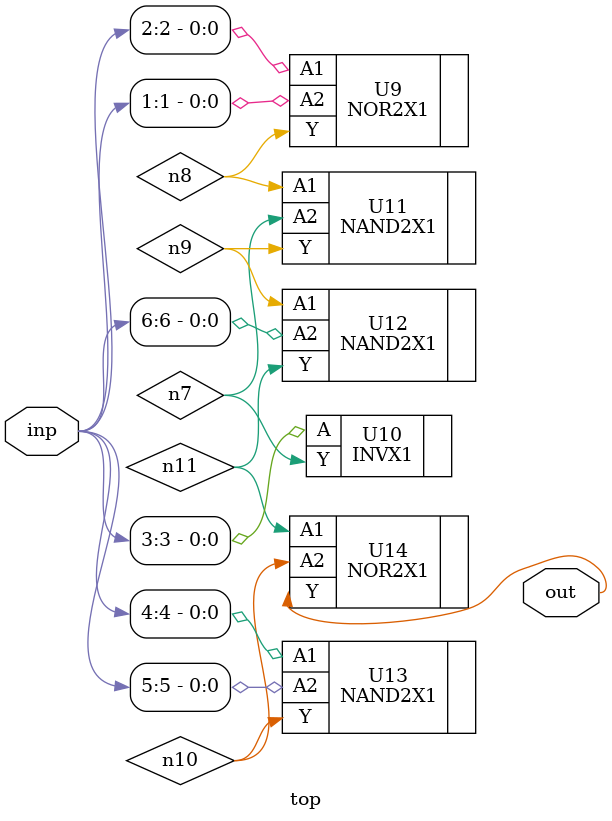
<source format=sv>


module top ( inp, out );
  input [6:0] inp;
  output out;
  wire   n7, n8, n9, n10, n11;

  NOR2X1 U9 ( .A1(inp[2]), .A2(inp[1]), .Y(n8) );
  INVX1 U10 ( .A(inp[3]), .Y(n7) );
  NAND2X1 U11 ( .A1(n8), .A2(n7), .Y(n9) );
  NAND2X1 U12 ( .A1(n9), .A2(inp[6]), .Y(n11) );
  NAND2X1 U13 ( .A1(inp[4]), .A2(inp[5]), .Y(n10) );
  NOR2X1 U14 ( .A1(n11), .A2(n10), .Y(out) );
endmodule


</source>
